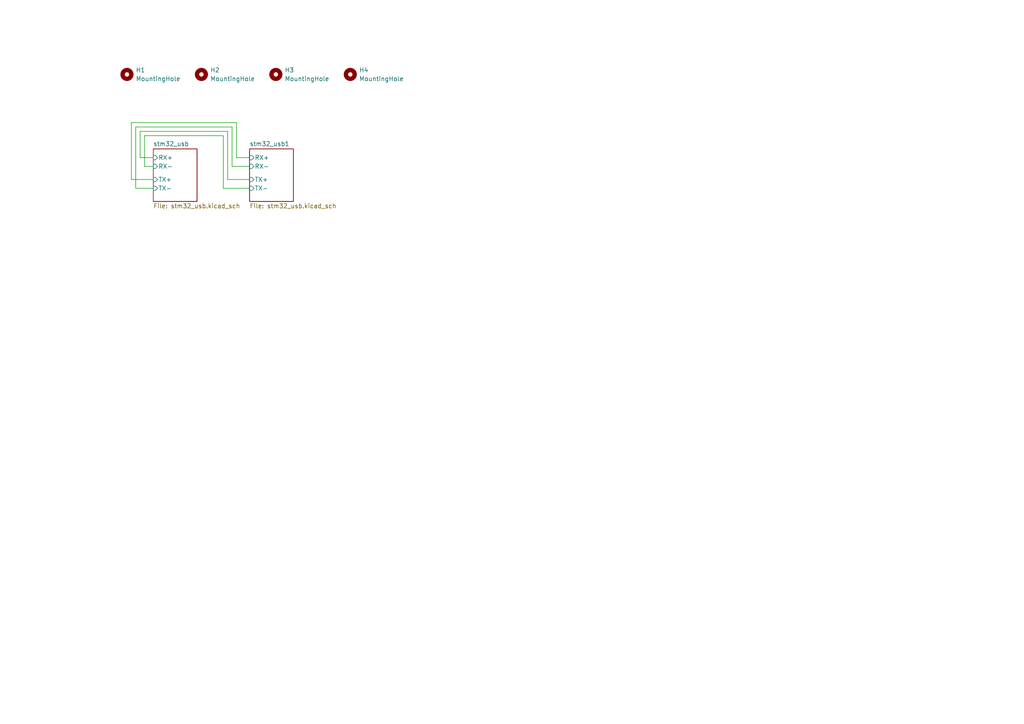
<source format=kicad_sch>
(kicad_sch (version 20250114) (generator "eeschema") (generator_version "9.0")
  (paper "A4")
  (lib_symbols
    (symbol "Mechanical:MountingHole" (pin_names (offset 1.016)) (in_bom no)
      (property "Reference" "H" (at 0 5.08 0))
      (property "Value" "MountingHole" (at 0 3.175 0))
      (symbol "MountingHole_0_1"
        (circle (center 0 0) (radius 1.27) (stroke (width 1.27)))
      )
    )
  )
  (wire (pts (xy 41.91 39.37) (xy 64.77 39.37)))
  (wire (pts (xy 38.1 35.56) (xy 38.1 52.07)))
  (wire (pts (xy 64.77 39.37) (xy 64.77 54.61)))
  (wire (pts (xy 72.39 52.07) (xy 66.04 52.07)))
  (wire (pts (xy 68.58 35.56) (xy 38.1 35.56)))
  (wire (pts (xy 68.58 45.72) (xy 68.58 35.56)))
  (wire (pts (xy 67.31 36.83) (xy 67.31 48.26)))
  (wire (pts (xy 66.04 38.1) (xy 40.64 38.1)))
  (wire (pts (xy 66.04 52.07) (xy 66.04 38.1)))
  (wire (pts (xy 39.37 54.61) (xy 39.37 36.83)))
  (wire (pts (xy 64.77 54.61) (xy 72.39 54.61)))
  (wire (pts (xy 44.45 48.26) (xy 41.91 48.26)))
  (wire (pts (xy 67.31 48.26) (xy 72.39 48.26)))
  (wire (pts (xy 72.39 45.72) (xy 68.58 45.72)))
  (wire (pts (xy 44.45 54.61) (xy 39.37 54.61)))
  (wire (pts (xy 38.1 52.07) (xy 44.45 52.07)))
  (wire (pts (xy 40.64 38.1) (xy 40.64 45.72)))
  (wire (pts (xy 40.64 45.72) (xy 44.45 45.72)))
  (wire (pts (xy 41.91 48.26) (xy 41.91 39.37)))
  (wire (pts (xy 39.37 36.83) (xy 67.31 36.83)))
  (symbol (lib_id "Mechanical:MountingHole") (at 101.6 21.59 0) (unit 1) (in_bom no)
    (property "Reference" "H4" (at 104.14 20.3199 0) (effects (justify left)))
    (property "Value" "MountingHole" (at 104.14 22.8599 0) (effects (justify left)))
    (property "Footprint" "MountingHole:MountingHole_3.2mm_M3_DIN965" (effects (hide yes)))
    (property "Description" "Mounting Hole without connection" (effects (hide yes)))
  )
  (symbol (lib_id "Mechanical:MountingHole") (at 58.42 21.59 0) (unit 1) (in_bom no)
    (property "Reference" "H2" (at 60.96 20.3199 0) (effects (justify left)))
    (property "Value" "MountingHole" (at 60.96 22.8599 0) (effects (justify left)))
    (property "Footprint" "MountingHole:MountingHole_3.2mm_M3_DIN965" (effects (hide yes)))
    (property "Description" "Mounting Hole without connection" (effects (hide yes)))
  )
  (symbol (lib_id "Mechanical:MountingHole") (at 36.83 21.59 0) (unit 1) (in_bom no)
    (property "Reference" "H1" (at 39.37 20.3199 0) (effects (justify left)))
    (property "Value" "MountingHole" (at 39.37 22.8599 0) (effects (justify left)))
    (property "Footprint" "MountingHole:MountingHole_3.2mm_M3_DIN965" (effects (hide yes)))
    (property "Description" "Mounting Hole without connection" (effects (hide yes)))
  )
  (symbol (lib_id "Mechanical:MountingHole") (at 80.01 21.59 0) (unit 1) (in_bom no)
    (property "Reference" "H3" (at 82.55 20.3199 0) (effects (justify left)))
    (property "Value" "MountingHole" (at 82.55 22.8599 0) (effects (justify left)))
    (property "Footprint" "MountingHole:MountingHole_3.2mm_M3_DIN965" (effects (hide yes)))
    (property "Description" "Mounting Hole without connection" (effects (hide yes)))
  )
  (sheet (at 72.39 43.18) (size 12.7 15.24) (stroke (width 0.1524))
    (property "Sheetname" "stm32_usb1" (at 72.39 42.4684 0) (effects (justify left bottom)))
    (property "Sheetfile" "stm32_usb.kicad_sch" (at 72.39 59.0046 0) (effects (justify left top)))
    (pin "RX+" input (at 72.39 45.72 180))
    (pin "RX-" input (at 72.39 48.26 180))
    (pin "TX+" input (at 72.39 52.07 180))
    (pin "TX-" input (at 72.39 54.61 180))
  )
  (sheet (at 44.45 43.18) (size 12.7 15.24) (stroke (width 0.1524))
    (property "Sheetname" "stm32_usb" (at 44.45 42.4684 0) (effects (justify left bottom)))
    (property "Sheetfile" "stm32_usb.kicad_sch" (at 44.45 59.0046 0) (effects (justify left top)))
    (pin "RX+" input (at 44.45 45.72 180))
    (pin "RX-" input (at 44.45 48.26 180))
    (pin "TX+" input (at 44.45 52.07 180))
    (pin "TX-" input (at 44.45 54.61 180))
  )
)
</source>
